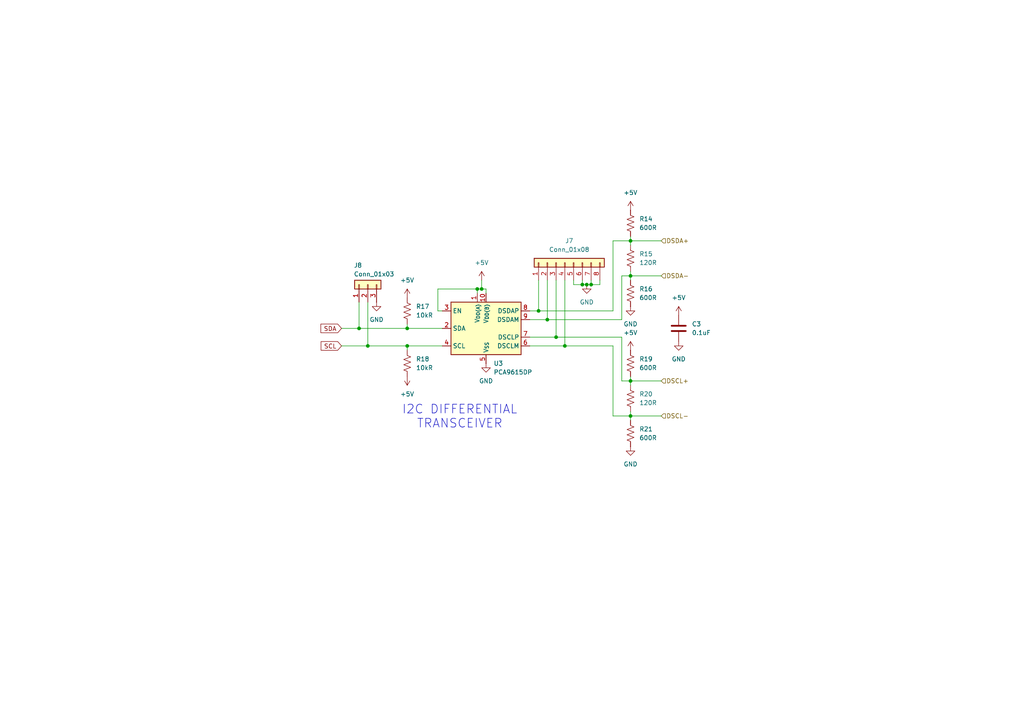
<source format=kicad_sch>
(kicad_sch (version 20231120) (generator "eeschema") (generator_version "8.0")
  (paper "A4")
  (lib_symbols
    (symbol "Connector_Generic:Conn_01x03" (pin_names (offset 1.016) hide)
      (property "Reference" "J" (at 0 5.08 0))
      (property "Value" "Conn_01x03" (at 0 -5.08 0))
      (symbol "Conn_01x03_1_1"
        (rectangle (start -1.27 -2.413) (end 0 -2.667) (stroke (width 0.1524)))
        (rectangle (start -1.27 0.127) (end 0 -0.127) (stroke (width 0.1524)))
        (rectangle (start -1.27 2.667) (end 0 2.413) (stroke (width 0.1524)))
        (rectangle (start -1.27 3.81) (end 1.27 -3.81) (stroke (width 0.254)) (fill (type background)))
        (pin passive line (at -5.08 2.54 0) (length 3.81) (name "Pin_1") (number "1"))
        (pin passive line (at -5.08 0 0) (length 3.81) (name "Pin_2") (number "2"))
        (pin passive line (at -5.08 -2.54 0) (length 3.81) (name "Pin_3") (number "3"))
      )
    )
    (symbol "Connector_Generic:Conn_01x08" (pin_names (offset 1.016) hide)
      (property "Reference" "J" (at 0 10.16 0))
      (property "Value" "Conn_01x08" (at 0 -12.7 0))
      (symbol "Conn_01x08_1_1"
        (rectangle (start -1.27 -10.033) (end 0 -10.287) (stroke (width 0.1524)))
        (rectangle (start -1.27 -7.493) (end 0 -7.747) (stroke (width 0.1524)))
        (rectangle (start -1.27 -4.953) (end 0 -5.207) (stroke (width 0.1524)))
        (rectangle (start -1.27 -2.413) (end 0 -2.667) (stroke (width 0.1524)))
        (rectangle (start -1.27 0.127) (end 0 -0.127) (stroke (width 0.1524)))
        (rectangle (start -1.27 2.667) (end 0 2.413) (stroke (width 0.1524)))
        (rectangle (start -1.27 5.207) (end 0 4.953) (stroke (width 0.1524)))
        (rectangle (start -1.27 7.747) (end 0 7.493) (stroke (width 0.1524)))
        (rectangle (start -1.27 8.89) (end 1.27 -11.43) (stroke (width 0.254)) (fill (type background)))
        (pin passive line (at -5.08 7.62 0) (length 3.81) (name "Pin_1") (number "1"))
        (pin passive line (at -5.08 5.08 0) (length 3.81) (name "Pin_2") (number "2"))
        (pin passive line (at -5.08 2.54 0) (length 3.81) (name "Pin_3") (number "3"))
        (pin passive line (at -5.08 0 0) (length 3.81) (name "Pin_4") (number "4"))
        (pin passive line (at -5.08 -2.54 0) (length 3.81) (name "Pin_5") (number "5"))
        (pin passive line (at -5.08 -5.08 0) (length 3.81) (name "Pin_6") (number "6"))
        (pin passive line (at -5.08 -7.62 0) (length 3.81) (name "Pin_7") (number "7"))
        (pin passive line (at -5.08 -10.16 0) (length 3.81) (name "Pin_8") (number "8"))
      )
    )
    (symbol "Device:C" (pin_numbers hide) (pin_names (offset 0.254))
      (property "Reference" "C" (at 0.635 2.54 0))
      (property "Value" "C" (at 0.635 -2.54 0))
      (symbol "C_0_1"
        (polyline (pts (xy -2.032 -0.762) (xy 2.032 -0.762)) (stroke (width 0.508)))
        (polyline (pts (xy -2.032 0.762) (xy 2.032 0.762)) (stroke (width 0.508)))
      )
      (symbol "C_1_1"
        (pin passive line (at 0 3.81 270) (length 2.794) (name "~") (number "1"))
        (pin passive line (at 0 -3.81 90) (length 2.794) (name "~") (number "2"))
      )
    )
    (symbol "Device:R_US" (pin_numbers hide) (pin_names (offset 0))
      (property "Reference" "R" (at 2.54 0 90))
      (property "Value" "R_US" (at -2.54 0 90))
      (symbol "R_US_0_1"
        (polyline (pts (xy 0 -2.286) (xy 0 -2.54)))
        (polyline (pts (xy 0 2.286) (xy 0 2.54)))
        (polyline (pts (xy 0 -0.762) (xy 1.016 -1.143) (xy 0 -1.524) (xy -1.016 -1.905) (xy 0 -2.286)))
        (polyline (pts (xy 0 0.762) (xy 1.016 0.381) (xy 0 0) (xy -1.016 -0.381) (xy 0 -0.762)))
        (polyline (pts (xy 0 2.286) (xy 1.016 1.905) (xy 0 1.524) (xy -1.016 1.143) (xy 0 0.762)))
      )
      (symbol "R_US_1_1"
        (pin passive line (at 0 3.81 270) (length 1.27) (name "~") (number "1"))
        (pin passive line (at 0 -3.81 90) (length 1.27) (name "~") (number "2"))
      )
    )
    (symbol "Interface:PCA9615DP"
      (property "Reference" "U" (at -10.16 8.89 0))
      (property "Value" "PCA9615DP" (at 1.27 8.89 0))
      (symbol "PCA9615DP_0_1"
        (rectangle (start -10.16 7.62) (end 10.16 -7.62) (stroke (width 0.254)) (fill (type background)))
      )
      (symbol "PCA9615DP_1_1"
        (pin power_in line (at -2.54 10.16 270) (length 2.54) (name "V_{DD(A)}") (number "1"))
        (pin power_in line (at 0 10.16 270) (length 2.54) (name "V_{DD(B)}") (number "10"))
        (pin bidirectional line (at -12.7 0 0) (length 2.54) (name "SDA") (number "2"))
        (pin input line (at -12.7 5.08 0) (length 2.54) (name "EN") (number "3"))
        (pin bidirectional line (at -12.7 -5.08 0) (length 2.54) (name "SCL") (number "4"))
        (pin power_in line (at 0 -10.16 90) (length 2.54) (name "V_{SS}") (number "5"))
        (pin bidirectional line (at 12.7 -5.08 180) (length 2.54) (name "DSCLM") (number "6"))
        (pin bidirectional line (at 12.7 -2.54 180) (length 2.54) (name "DSCLP") (number "7"))
        (pin bidirectional line (at 12.7 5.08 180) (length 2.54) (name "DSDAP") (number "8"))
        (pin bidirectional line (at 12.7 2.54 180) (length 2.54) (name "DSDAM") (number "9"))
      )
    )
    (symbol "power:+5V" (power) (pin_numbers hide) (pin_names (offset 0) hide)
      (property "Value" "+5V" (at 0 3.556 0))
      (symbol "+5V_0_1"
        (polyline (pts (xy -0.762 1.27) (xy 0 2.54)))
        (polyline (pts (xy 0 0) (xy 0 2.54)))
        (polyline (pts (xy 0 2.54) (xy 0.762 1.27)))
      )
      (symbol "+5V_1_1"
        (pin power_in line (at 0 0 90) (length 0) (name "~") (number "1"))
      )
    )
    (symbol "power:GND" (power) (pin_numbers hide) (pin_names (offset 0) hide)
      (property "Value" "GND" (at 0 -3.81 0))
      (symbol "GND_0_1"
        (polyline (pts (xy 0 0) (xy 0 -1.27) (xy 1.27 -1.27) (xy 0 -2.54) (xy -1.27 -1.27) (xy 0 -1.27)))
      )
      (symbol "GND_1_1"
        (pin power_in line (at 0 0 270) (length 0) (name "~") (number "1"))
      )
    )
  )
  (junction (at 139.7 83.82))
  (junction (at 106.68 100.33))
  (junction (at 156.21 90.17))
  (junction (at 118.11 100.33))
  (junction (at 104.14 95.25))
  (junction (at 170.18 82.55))
  (junction (at 182.88 69.85))
  (junction (at 171.45 82.55))
  (junction (at 163.83 100.33))
  (junction (at 118.11 95.25))
  (junction (at 161.29 97.79))
  (junction (at 182.88 80.01))
  (junction (at 182.88 110.49))
  (junction (at 182.88 120.65))
  (junction (at 158.75 92.71))
  (junction (at 168.91 82.55))
  (junction (at 138.43 83.82))
  (wire (pts (xy 138.43 83.82) (xy 138.43 85.09)))
  (wire (pts (xy 168.91 82.55) (xy 166.37 82.55)))
  (wire (pts (xy 191.77 120.65) (xy 182.88 120.65)))
  (wire (pts (xy 182.88 110.49) (xy 182.88 111.76)))
  (wire (pts (xy 161.29 97.79) (xy 180.34 97.79)))
  (wire (pts (xy 177.8 100.33) (xy 177.8 120.65)))
  (wire (pts (xy 153.67 97.79) (xy 161.29 97.79)))
  (wire (pts (xy 177.8 90.17) (xy 156.21 90.17)))
  (wire (pts (xy 104.14 95.25) (xy 118.11 95.25)))
  (wire (pts (xy 138.43 83.82) (xy 127 83.82)))
  (wire (pts (xy 191.77 110.49) (xy 182.88 110.49)))
  (wire (pts (xy 191.77 80.01) (xy 182.88 80.01)))
  (wire (pts (xy 118.11 100.33) (xy 118.11 101.6)))
  (wire (pts (xy 158.75 92.71) (xy 180.34 92.71)))
  (wire (pts (xy 177.8 69.85) (xy 182.88 69.85)))
  (wire (pts (xy 106.68 87.63) (xy 106.68 100.33)))
  (wire (pts (xy 177.8 69.85) (xy 177.8 90.17)))
  (wire (pts (xy 177.8 120.65) (xy 182.88 120.65)))
  (wire (pts (xy 99.06 95.25) (xy 104.14 95.25)))
  (wire (pts (xy 182.88 80.01) (xy 182.88 81.28)))
  (wire (pts (xy 171.45 82.55) (xy 171.45 81.28)))
  (wire (pts (xy 153.67 100.33) (xy 163.83 100.33)))
  (wire (pts (xy 163.83 81.28) (xy 163.83 100.33)))
  (wire (pts (xy 182.88 80.01) (xy 180.34 80.01)))
  (wire (pts (xy 139.7 81.28) (xy 139.7 83.82)))
  (wire (pts (xy 168.91 82.55) (xy 168.91 81.28)))
  (wire (pts (xy 182.88 110.49) (xy 180.34 110.49)))
  (wire (pts (xy 118.11 100.33) (xy 128.27 100.33)))
  (wire (pts (xy 104.14 87.63) (xy 104.14 95.25)))
  (wire (pts (xy 191.77 69.85) (xy 182.88 69.85)))
  (wire (pts (xy 156.21 90.17) (xy 153.67 90.17)))
  (wire (pts (xy 170.18 82.55) (xy 168.91 82.55)))
  (wire (pts (xy 182.88 68.58) (xy 182.88 69.85)))
  (wire (pts (xy 182.88 109.22) (xy 182.88 110.49)))
  (wire (pts (xy 156.21 81.28) (xy 156.21 90.17)))
  (wire (pts (xy 163.83 100.33) (xy 177.8 100.33)))
  (wire (pts (xy 182.88 69.85) (xy 182.88 71.12)))
  (wire (pts (xy 127 83.82) (xy 127 90.17)))
  (wire (pts (xy 139.7 83.82) (xy 138.43 83.82)))
  (wire (pts (xy 106.68 100.33) (xy 118.11 100.33)))
  (wire (pts (xy 153.67 92.71) (xy 158.75 92.71)))
  (wire (pts (xy 180.34 97.79) (xy 180.34 110.49)))
  (wire (pts (xy 127 90.17) (xy 128.27 90.17)))
  (wire (pts (xy 170.18 82.55) (xy 171.45 82.55)))
  (wire (pts (xy 99.06 100.33) (xy 106.68 100.33)))
  (wire (pts (xy 182.88 119.38) (xy 182.88 120.65)))
  (wire (pts (xy 171.45 82.55) (xy 173.99 82.55)))
  (wire (pts (xy 180.34 92.71) (xy 180.34 80.01)))
  (wire (pts (xy 140.97 83.82) (xy 140.97 85.09)))
  (wire (pts (xy 118.11 93.98) (xy 118.11 95.25)))
  (wire (pts (xy 118.11 95.25) (xy 128.27 95.25)))
  (wire (pts (xy 161.29 81.28) (xy 161.29 97.79)))
  (wire (pts (xy 182.88 78.74) (xy 182.88 80.01)))
  (wire (pts (xy 182.88 120.65) (xy 182.88 121.92)))
  (wire (pts (xy 166.37 81.28) (xy 166.37 82.55)))
  (wire (pts (xy 158.75 81.28) (xy 158.75 92.71)))
  (wire (pts (xy 173.99 82.55) (xy 173.99 81.28)))
  (wire (pts (xy 139.7 83.82) (xy 140.97 83.82)))
  (text "I2C DIFFERENTIAL\nTRANSCEIVER\n" (at 133.35 120.904 0) (effects (font (size 2.54 2.54))))
  (global_label "SCL" (shape input) (at 99.06 100.33 180) (property "Intersheetrefs" "${INTERSHEET_REFS}" (effects (hide yes))))
  (global_label "SDA" (shape input) (at 99.06 95.25 180) (property "Intersheetrefs" "${INTERSHEET_REFS}" (effects (hide yes))))
  (hierarchical_label "DSCL-" (shape input) (at 191.77 120.65 0))
  (hierarchical_label "DSDA+" (shape input) (at 191.77 69.85 0))
  (hierarchical_label "DSDA-" (shape input) (at 191.77 80.01 0))
  (hierarchical_label "DSCL+" (shape input) (at 191.77 110.49 0))
  (symbol (lib_id "Device:R_US") (at 118.11 90.17 0) (unit 1)
    (property "Reference" "R17" (at 120.65 88.8999 0) (effects (justify left)))
    (property "Value" "10kR" (at 120.65 91.4399 0) (effects (justify left)))
    (property "Footprint" "Resistor_THT:R_Axial_DIN0207_L6.3mm_D2.5mm_P10.16mm_Horizontal" (effects (hide yes)))
    (property "Description" "Resistor, US symbol" (effects (hide yes)))
  )
  (symbol (lib_id "power:GND") (at 182.88 88.9 0) (unit 1)
    (property "Reference" "#PWR052" (effects (hide yes)))
    (property "Value" "GND" (at 182.88 93.98 0))
    (property "Description" "Power symbol creates a global label with name \"GND\" , ground" (effects (hide yes)))
  )
  (symbol (lib_id "power:GND") (at 140.97 105.41 0) (unit 1)
    (property "Reference" "#PWR056" (effects (hide yes)))
    (property "Value" "GND" (at 140.97 110.49 0))
    (property "Description" "Power symbol creates a global label with name \"GND\" , ground" (effects (hide yes)))
  )
  (symbol (lib_id "Device:R_US") (at 182.88 115.57 0) (unit 1)
    (property "Reference" "R20" (at 185.42 114.2999 0) (effects (justify left)))
    (property "Value" "120R" (at 185.42 116.8399 0) (effects (justify left)))
    (property "Footprint" "Resistor_THT:R_Axial_DIN0207_L6.3mm_D2.5mm_P10.16mm_Horizontal" (effects (hide yes)))
    (property "Description" "Resistor, US symbol" (effects (hide yes)))
  )
  (symbol (lib_id "power:+5V") (at 182.88 101.6 0) (unit 1)
    (property "Reference" "#PWR055" (effects (hide yes)))
    (property "Value" "+5V" (at 182.88 96.52 0))
    (property "Description" "Power symbol creates a global label with name \"+5V\"" (effects (hide yes)))
  )
  (symbol (lib_id "Device:R_US") (at 182.88 85.09 0) (unit 1)
    (property "Reference" "R16" (at 185.42 83.8199 0) (effects (justify left)))
    (property "Value" "600R" (at 185.42 86.3599 0) (effects (justify left)))
    (property "Footprint" "Resistor_THT:R_Axial_DIN0207_L6.3mm_D2.5mm_P10.16mm_Horizontal" (effects (hide yes)))
    (property "Description" "Resistor, US symbol" (effects (hide yes)))
  )
  (symbol (lib_id "power:GND") (at 109.22 87.63 0) (unit 1)
    (property "Reference" "#PWR051" (effects (hide yes)))
    (property "Value" "GND" (at 109.22 92.71 0))
    (property "Description" "Power symbol creates a global label with name \"GND\" , ground" (effects (hide yes)))
  )
  (symbol (lib_id "Device:R_US") (at 182.88 64.77 0) (unit 1)
    (property "Reference" "R14" (at 185.42 63.4999 0) (effects (justify left)))
    (property "Value" "600R" (at 185.42 66.0399 0) (effects (justify left)))
    (property "Footprint" "Resistor_THT:R_Axial_DIN0207_L6.3mm_D2.5mm_P10.16mm_Horizontal" (effects (hide yes)))
    (property "Description" "Resistor, US symbol" (effects (hide yes)))
  )
  (symbol (lib_id "power:GND") (at 182.88 129.54 0) (unit 1)
    (property "Reference" "#PWR058" (effects (hide yes)))
    (property "Value" "GND" (at 182.88 134.62 0))
    (property "Description" "Power symbol creates a global label with name \"GND\" , ground" (effects (hide yes)))
  )
  (symbol (lib_id "power:+5V") (at 196.85 91.44 0) (unit 1)
    (property "Reference" "#PWR053" (effects (hide yes)))
    (property "Value" "+5V" (at 196.85 86.36 0))
    (property "Description" "Power symbol creates a global label with name \"+5V\"" (effects (hide yes)))
  )
  (symbol (lib_id "Device:R_US") (at 182.88 74.93 0) (unit 1)
    (property "Reference" "R15" (at 185.42 73.6599 0) (effects (justify left)))
    (property "Value" "120R" (at 185.42 76.1999 0) (effects (justify left)))
    (property "Footprint" "Resistor_THT:R_Axial_DIN0207_L6.3mm_D2.5mm_P10.16mm_Horizontal" (effects (hide yes)))
    (property "Description" "Resistor, US symbol" (effects (hide yes)))
  )
  (symbol (lib_id "Device:C") (at 196.85 95.25 0) (unit 1)
    (property "Reference" "C3" (at 200.66 93.9799 0) (effects (justify left)))
    (property "Value" "0.1uF" (at 200.66 96.5199 0) (effects (justify left)))
    (property "Footprint" "Capacitor_THT:C_Disc_D3.4mm_W2.1mm_P2.50mm" (effects (hide yes)))
    (property "Description" "Unpolarized capacitor" (effects (hide yes)))
    (property "Digikey" "https://www.digikey.ca/en/products/detail/vishay-beyschlag-draloric-bc-components/K104K10X7RF5UH5/2356754" (effects (hide yes)))
  )
  (symbol (lib_id "power:+5V") (at 182.88 60.96 0) (unit 1)
    (property "Reference" "#PWR047" (effects (hide yes)))
    (property "Value" "+5V" (at 182.88 55.88 0))
    (property "Description" "Power symbol creates a global label with name \"+5V\"" (effects (hide yes)))
  )
  (symbol (lib_id "power:GND") (at 170.18 82.55 0) (unit 1)
    (property "Reference" "#PWR049" (effects (hide yes)))
    (property "Value" "GND" (at 170.18 87.63 0))
    (property "Description" "Power symbol creates a global label with name \"GND\" , ground" (effects (hide yes)))
  )
  (symbol (lib_id "Interface:PCA9615DP") (at 140.97 95.25 0) (unit 1)
    (property "Reference" "U3" (at 143.1641 105.41 0) (effects (justify left)))
    (property "Value" "PCA9615DP" (at 143.1641 107.95 0) (effects (justify left)))
    (property "Footprint" "Package_SO:TSSOP-10_3x3mm_P0.5mm" (effects (hide yes)))
    (property "Datasheet" "https://www.nxp.com/docs/en/data-sheet/PCA9615.pdf" (effects (hide yes)))
    (property "Description" "Dual bidirectional hot-swap multipoint bus buffer, SO-8" (effects (hide yes)))
    (property "Digikey" "https://www.digikey.ca/en/products/detail/nxp-usa-inc/PCA9615DPZ/14635231" (effects (hide yes)))
  )
  (symbol (lib_id "Device:R_US") (at 118.11 105.41 0) (unit 1)
    (property "Reference" "R18" (at 120.65 104.1399 0) (effects (justify left)))
    (property "Value" "10kR" (at 120.65 106.6799 0) (effects (justify left)))
    (property "Footprint" "Resistor_THT:R_Axial_DIN0207_L6.3mm_D2.5mm_P10.16mm_Horizontal" (effects (hide yes)))
    (property "Description" "Resistor, US symbol" (effects (hide yes)))
  )
  (symbol (lib_id "power:+5V") (at 139.7 81.28 0) (unit 1)
    (property "Reference" "#PWR048" (effects (hide yes)))
    (property "Value" "+5V" (at 139.7 76.2 0))
    (property "Description" "Power symbol creates a global label with name \"+5V\"" (effects (hide yes)))
  )
  (symbol (lib_id "Device:R_US") (at 182.88 105.41 0) (unit 1)
    (property "Reference" "R19" (at 185.42 104.1399 0) (effects (justify left)))
    (property "Value" "600R" (at 185.42 106.6799 0) (effects (justify left)))
    (property "Footprint" "Resistor_THT:R_Axial_DIN0207_L6.3mm_D2.5mm_P10.16mm_Horizontal" (effects (hide yes)))
    (property "Description" "Resistor, US symbol" (effects (hide yes)))
  )
  (symbol (lib_id "power:+5V") (at 118.11 86.36 0) (unit 1)
    (property "Reference" "#PWR050" (effects (hide yes)))
    (property "Value" "+5V" (at 118.11 81.28 0))
    (property "Description" "Power symbol creates a global label with name \"+5V\"" (effects (hide yes)))
  )
  (symbol (lib_id "Connector_Generic:Conn_01x03") (at 106.68 82.55 90) (unit 1)
    (property "Reference" "J8" (at 102.616 76.962 90) (effects (justify right)))
    (property "Value" "Conn_01x03" (at 102.616 79.502 90) (effects (justify right)))
    (property "Footprint" "Connector_PinHeader_2.54mm:PinHeader_1x03_P2.54mm_Vertical" (effects (hide yes)))
    (property "Description" "Generic connector, single row, 01x03, script generated (kicad-library-utils/schlib/autogen/connector/)" (effects (hide yes)))
  )
  (symbol (lib_id "power:GND") (at 196.85 99.06 0) (unit 1)
    (property "Reference" "#PWR054" (effects (hide yes)))
    (property "Value" "GND" (at 196.85 104.14 0))
    (property "Description" "Power symbol creates a global label with name \"GND\" , ground" (effects (hide yes)))
  )
  (symbol (lib_id "Connector_Generic:Conn_01x08") (at 163.83 76.2 90) (unit 1)
    (property "Reference" "J7" (at 165.1 69.85 90))
    (property "Value" "Conn_01x08" (at 165.1 72.39 90))
    (property "Footprint" "Connector_PinHeader_2.54mm:PinHeader_1x08_P2.54mm_Vertical" (effects (hide yes)))
    (property "Description" "Generic connector, single row, 01x08, script generated (kicad-library-utils/schlib/autogen/connector/)" (effects (hide yes)))
  )
  (symbol (lib_id "Device:R_US") (at 182.88 125.73 0) (unit 1)
    (property "Reference" "R21" (at 185.42 124.4599 0) (effects (justify left)))
    (property "Value" "600R" (at 185.42 126.9999 0) (effects (justify left)))
    (property "Footprint" "Resistor_THT:R_Axial_DIN0207_L6.3mm_D2.5mm_P10.16mm_Horizontal" (effects (hide yes)))
    (property "Description" "Resistor, US symbol" (effects (hide yes)))
  )
  (symbol (lib_id "power:+5V") (at 118.11 109.22 180) (unit 1)
    (property "Reference" "#PWR057" (effects (hide yes)))
    (property "Value" "+5V" (at 118.11 114.3 0))
    (property "Description" "Power symbol creates a global label with name \"+5V\"" (effects (hide yes)))
  )
)
</source>
